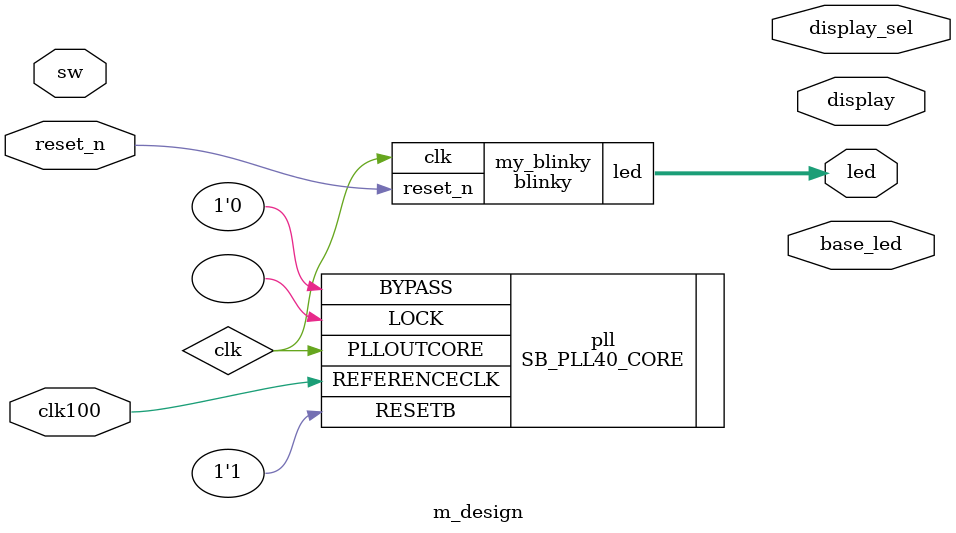
<source format=sv>
module blinky (
    input logic clk,
    input logic reset_n,
    output logic [23:0] led
);

    logic [31:0] ctr;
    assign led[23:1] = '0;

    always_ff @(posedge clk) begin
        if (~reset_n) begin
            led[0] <= '0;
            ctr <= '0;
        end
        else begin
            ctr <= ctr + 1;
            if (ctr == 12500000) begin // 12.5M = 1/2 second
                ctr <= '0;
                led[0] <= ~led[0];
            end
        end
    end

endmodule

module m_design (
    input logic clk100, // 100MHz clock
    input logic reset_n, // Active-low reset

    output logic [7:0] base_led, // LEDs on the far right side of the board
    output logic [23:0] led, // LEDs in the middle of the board

    input logic [23:0] sw, // The tiny slide-switches

    output logic [3:0] display_sel, // Select between the 4 segments
    output logic [7:0] display // Seven-segment display
);

    logic clk; // 25MHz, generated by PLL

    blinky my_blinky (
        .clk, .reset_n, .led
    );

    // 100MHz -> 25MHz
    SB_PLL40_CORE #(
//        .FEEDBACK_PATH("SIMPLE"),
//        .DIVR(4'b0000),         // DIVR =  0
//        .DIVF(7'b0000111),      // DIVF =  7
//        .DIVQ(3'b101),          // DIVQ =  5
//        .FILTER_RANGE(3'b101)   // FILTER_RANGE = 5
.FEEDBACK_PATH("SIMPLE"),
.DIVR(4'b0000),         // DIVR =  0
.DIVF(7'b0000111),      // DIVF =  7
.DIVQ(3'b100),          // DIVQ =  4
.FILTER_RANGE(3'b101)   // FILTER_RANGE = 5    
) pll (
        .LOCK(),
        .RESETB(1'b1),
        .BYPASS(1'b0),
        .REFERENCECLK(clk100),
        .PLLOUTCORE(clk)
    );

endmodule


</source>
